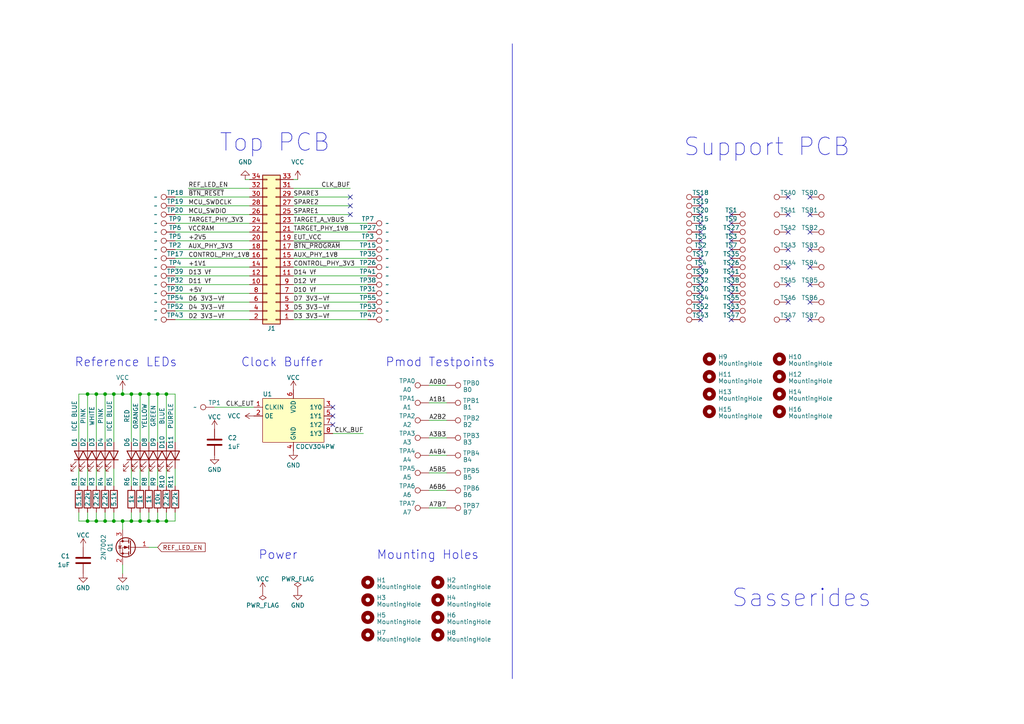
<source format=kicad_sch>
(kicad_sch (version 20230121) (generator eeschema)
  (paper "A4")
  (title_block (title "Sasserides") (date "${DATE}") (rev "${VERSION}") (company "Copyright 2023 Great Scott Gadgets") (comment 1 "Licensed under the CERN-OHL-P v2"))
  (junction (at 27.94 114.3))
  (junction (at 43.18 151.13))
  (junction (at 25.4 151.13))
  (junction (at 30.48 151.13))
  (junction (at 33.02 151.13))
  (junction (at 43.18 114.3))
  (junction (at 38.1 151.13))
  (junction (at 48.26 114.3))
  (junction (at 38.1 114.3))
  (junction (at 40.64 151.13))
  (junction (at 48.26 151.13))
  (junction (at 35.56 114.3))
  (junction (at 30.48 114.3))
  (junction (at 33.02 114.3))
  (junction (at 45.72 114.3))
  (junction (at 25.4 114.3))
  (junction (at 27.94 151.13))
  (junction (at 35.56 151.13))
  (junction (at 40.64 114.3))
  (junction (at 45.72 151.13))
  (no_connect (at 228.6 77.47))
  (no_connect (at 228.6 82.55))
  (no_connect (at 212.09 69.85))
  (no_connect (at 203.2 90.17))
  (no_connect (at 212.09 90.17))
  (no_connect (at 212.09 80.01))
  (no_connect (at 234.95 72.39))
  (no_connect (at 101.6 62.23))
  (no_connect (at 203.2 59.69))
  (no_connect (at 212.09 64.77))
  (no_connect (at 203.2 92.71))
  (no_connect (at 228.6 72.39))
  (no_connect (at 203.2 67.31))
  (no_connect (at 212.09 62.23))
  (no_connect (at 212.09 92.71))
  (no_connect (at 203.2 72.39))
  (no_connect (at 203.2 64.77))
  (no_connect (at 212.09 82.55))
  (no_connect (at 203.2 69.85))
  (no_connect (at 212.09 67.31))
  (no_connect (at 96.52 120.65))
  (no_connect (at 234.95 82.55))
  (no_connect (at 203.2 85.09))
  (no_connect (at 212.09 77.47))
  (no_connect (at 234.95 77.47))
  (no_connect (at 234.95 87.63))
  (no_connect (at 234.95 57.15))
  (no_connect (at 212.09 72.39))
  (no_connect (at 203.2 82.55))
  (no_connect (at 228.6 67.31))
  (no_connect (at 228.6 87.63))
  (no_connect (at 203.2 77.47))
  (no_connect (at 228.6 62.23))
  (no_connect (at 203.2 57.15))
  (no_connect (at 234.95 62.23))
  (no_connect (at 203.2 87.63))
  (no_connect (at 212.09 87.63))
  (no_connect (at 234.95 92.71))
  (no_connect (at 212.09 74.93))
  (no_connect (at 96.52 118.11))
  (no_connect (at 228.6 92.71))
  (no_connect (at 212.09 85.09))
  (no_connect (at 203.2 62.23))
  (no_connect (at 203.2 74.93))
  (no_connect (at 234.95 67.31))
  (no_connect (at 203.2 80.01))
  (no_connect (at 228.6 57.15))
  (no_connect (at 96.52 123.19))
  (no_connect (at 101.6 59.69))
  (no_connect (at 101.6 57.15))
  (wire (pts (xy 50.8 80.01) (xy 72.39 80.01)))
  (wire (pts (xy 27.94 148.59) (xy 27.94 151.13)))
  (wire (pts (xy 25.4 151.13) (xy 27.94 151.13)))
  (wire (pts (xy 27.94 114.3) (xy 25.4 114.3)))
  (wire (pts (xy 73.66 118.11) (xy 62.23 118.11)))
  (wire (pts (xy 40.64 128.27) (xy 40.64 114.3)))
  (wire (pts (xy 85.09 85.09) (xy 106.68 85.09)))
  (wire (pts (xy 85.09 92.71) (xy 106.68 92.71)))
  (wire (pts (xy 35.56 113.03) (xy 35.56 114.3)))
  (wire (pts (xy 25.4 148.59) (xy 25.4 151.13)))
  (wire (pts (xy 22.86 135.89) (xy 22.86 140.97)))
  (wire (pts (xy 30.48 151.13) (xy 33.02 151.13)))
  (wire (pts (xy 30.48 140.97) (xy 30.48 135.89)))
  (wire (pts (xy 40.64 151.13) (xy 38.1 151.13)))
  (wire (pts (xy 27.94 135.89) (xy 27.94 140.97)))
  (wire (pts (xy 50.8 67.31) (xy 72.39 67.31)))
  (wire (pts (xy 50.8 77.47) (xy 72.39 77.47)))
  (wire (pts (xy 50.8 135.89) (xy 50.8 140.97)))
  (wire (pts (xy 124.46 132.08) (xy 129.54 132.08)))
  (wire (pts (xy 85.09 77.47) (xy 106.68 77.47)))
  (wire (pts (xy 45.72 135.89) (xy 45.72 140.97)))
  (wire (pts (xy 85.09 54.61) (xy 101.6 54.61)))
  (wire (pts (xy 50.8 57.15) (xy 72.39 57.15)))
  (wire (pts (xy 124.46 121.92) (xy 129.54 121.92)))
  (wire (pts (xy 85.09 80.01) (xy 106.68 80.01)))
  (wire (pts (xy 33.02 140.97) (xy 33.02 135.89)))
  (wire (pts (xy 50.8 64.77) (xy 72.39 64.77)))
  (wire (pts (xy 124.46 116.84) (xy 129.54 116.84)))
  (wire (pts (xy 50.8 62.23) (xy 72.39 62.23)))
  (wire (pts (xy 85.09 74.93) (xy 106.68 74.93)))
  (wire (pts (xy 35.56 114.3) (xy 38.1 114.3)))
  (wire (pts (xy 40.64 114.3) (xy 43.18 114.3)))
  (wire (pts (xy 85.09 67.31) (xy 106.68 67.31)))
  (wire (pts (xy 85.09 90.17) (xy 106.68 90.17)))
  (wire (pts (xy 48.26 151.13) (xy 45.72 151.13)))
  (wire (pts (xy 48.26 148.59) (xy 48.26 151.13)))
  (wire (pts (xy 50.8 151.13) (xy 48.26 151.13)))
  (wire (pts (xy 38.1 148.59) (xy 38.1 151.13)))
  (wire (pts (xy 124.46 142.24) (xy 129.54 142.24)))
  (wire (pts (xy 124.46 111.76) (xy 129.54 111.76)))
  (wire (pts (xy 33.02 114.3) (xy 35.56 114.3)))
  (wire (pts (xy 50.8 74.93) (xy 72.39 74.93)))
  (wire (pts (xy 50.8 92.71) (xy 72.39 92.71)))
  (wire (pts (xy 22.86 148.59) (xy 22.86 151.13)))
  (wire (pts (xy 85.09 69.85) (xy 106.68 69.85)))
  (wire (pts (xy 50.8 69.85) (xy 72.39 69.85)))
  (wire (pts (xy 50.8 82.55) (xy 72.39 82.55)))
  (wire (pts (xy 85.09 72.39) (xy 106.68 72.39)))
  (wire (pts (xy 124.46 127) (xy 129.54 127)))
  (wire (pts (xy 85.09 82.55) (xy 106.68 82.55)))
  (wire (pts (xy 38.1 114.3) (xy 40.64 114.3)))
  (wire (pts (xy 30.48 148.59) (xy 30.48 151.13)))
  (wire (pts (xy 85.09 59.69) (xy 101.6 59.69)))
  (wire (pts (xy 43.18 114.3) (xy 45.72 114.3)))
  (wire (pts (xy 85.09 62.23) (xy 101.6 62.23)))
  (wire (pts (xy 85.09 64.77) (xy 106.68 64.77)))
  (wire (pts (xy 38.1 135.89) (xy 38.1 140.97)))
  (wire (pts (xy 50.8 148.59) (xy 50.8 151.13)))
  (wire (pts (xy 33.02 114.3) (xy 30.48 114.3)))
  (wire (pts (xy 71.12 52.07) (xy 72.39 52.07)))
  (wire (pts (xy 124.46 137.16) (xy 129.54 137.16)))
  (wire (pts (xy 50.8 59.69) (xy 72.39 59.69)))
  (wire (pts (xy 48.26 128.27) (xy 48.26 114.3)))
  (wire (pts (xy 45.72 151.13) (xy 43.18 151.13)))
  (wire (pts (xy 48.26 114.3) (xy 45.72 114.3)))
  (wire (pts (xy 50.8 85.09) (xy 72.39 85.09)))
  (wire (pts (xy 50.8 114.3) (xy 50.8 128.27)))
  (wire (pts (xy 33.02 148.59) (xy 33.02 151.13)))
  (wire (pts (xy 48.26 135.89) (xy 48.26 140.97)))
  (wire (pts (xy 43.18 135.89) (xy 43.18 140.97)))
  (wire (pts (xy 35.56 151.13) (xy 35.56 153.67)))
  (wire (pts (xy 35.56 163.83) (xy 35.56 166.37)))
  (wire (pts (xy 40.64 135.89) (xy 40.64 140.97)))
  (wire (pts (xy 45.72 148.59) (xy 45.72 151.13)))
  (wire (pts (xy 50.8 114.3) (xy 48.26 114.3)))
  (wire (pts (xy 33.02 151.13) (xy 35.56 151.13)))
  (wire (pts (xy 85.09 57.15) (xy 101.6 57.15)))
  (wire (pts (xy 43.18 148.59) (xy 43.18 151.13)))
  (polyline (pts (xy 148.59 12.7) (xy 148.59 196.85)))
  (wire (pts (xy 85.09 87.63) (xy 106.68 87.63)))
  (wire (pts (xy 50.8 87.63) (xy 72.39 87.63)))
  (wire (pts (xy 30.48 128.27) (xy 30.48 114.3)))
  (wire (pts (xy 22.86 128.27) (xy 22.86 114.3)))
  (wire (pts (xy 50.8 90.17) (xy 72.39 90.17)))
  (wire (pts (xy 30.48 114.3) (xy 27.94 114.3)))
  (wire (pts (xy 25.4 140.97) (xy 25.4 135.89)))
  (wire (pts (xy 96.52 125.73) (xy 105.41 125.73)))
  (wire (pts (xy 43.18 128.27) (xy 43.18 114.3)))
  (wire (pts (xy 45.72 158.75) (xy 43.18 158.75)))
  (wire (pts (xy 54.61 54.61) (xy 72.39 54.61)))
  (wire (pts (xy 25.4 114.3) (xy 22.86 114.3)))
  (wire (pts (xy 85.09 52.07) (xy 86.36 52.07)))
  (wire (pts (xy 22.86 151.13) (xy 25.4 151.13)))
  (wire (pts (xy 27.94 151.13) (xy 30.48 151.13)))
  (wire (pts (xy 124.46 147.32) (xy 129.54 147.32)))
  (wire (pts (xy 35.56 151.13) (xy 38.1 151.13)))
  (wire (pts (xy 27.94 128.27) (xy 27.94 114.3)))
  (wire (pts (xy 25.4 128.27) (xy 25.4 114.3)))
  (wire (pts (xy 38.1 128.27) (xy 38.1 114.3)))
  (wire (pts (xy 50.8 72.39) (xy 72.39 72.39)))
  (wire (pts (xy 33.02 128.27) (xy 33.02 114.3)))
  (wire (pts (xy 40.64 148.59) (xy 40.64 151.13)))
  (wire (pts (xy 45.72 128.27) (xy 45.72 114.3)))
  (wire (pts (xy 43.18 151.13) (xy 40.64 151.13)))
  (text "Reference LEDs" (at 21.59 106.68 0) (effects (font (size 2.54 2.54)) (justify left bottom)))
  (text "Sasserides" (at 212.09 176.53 0) (effects (font (size 5.08 5.08)) (justify left bottom)))
  (text "Top PCB" (at 63.5 44.45 0) (effects (font (size 5.08 5.08)) (justify left bottom)))
  (text "Power" (at 74.93 162.56 0) (effects (font (size 2.54 2.54)) (justify left bottom)))
  (text "Support PCB" (at 198.12 45.72 0) (effects (font (size 5.08 5.08)) (justify left bottom)))
  (text "Mounting Holes" (at 109.22 162.56 0) (effects (font (size 2.54 2.54)) (justify left bottom)))
  (text "Pmod Testpoints" (at 111.76 106.68 0) (effects (font (size 2.54 2.54)) (justify left bottom)))
  (text "Clock Buffer" (at 69.85 106.68 0) (effects (font (size 2.54 2.54)) (justify left bottom)))
  (label "D2 3V3-Vf" (at 54.61 92.71 0))
  (label "REF_LED_EN" (at 54.61 54.61 0))
  (label "D5 3V3-Vf" (at 85.09 90.17 0))
  (label "+1V1" (at 54.61 77.47 0))
  (label "SPARE2" (at 85.09 59.69 0))
  (label "D4 3V3-Vf" (at 54.61 90.17 0))
  (label "TARGET_PHY_3V3" (at 54.61 64.77 0))
  (label "A6B6" (at 124.46 142.24 0))
  (label "SPARE3" (at 85.09 57.15 0))
  (label "A5B5" (at 124.46 137.16 0))
  (label "A4B4" (at 124.46 132.08 0))
  (label "D13 Vf" (at 54.61 80.01 0))
  (label "CLK_BUF" (at 105.41 125.73 180))
  (label "TARGET_A_VBUS" (at 85.09 64.77 0))
  (label "CLK_EUT" (at 73.66 118.11 180))
  (label "EUT_VCC" (at 85.09 69.85 0))
  (label "TARGET_PHY_1V8" (at 85.09 67.31 0))
  (label "D12 Vf" (at 85.09 82.55 0))
  (label "A1B1" (at 124.46 116.84 0))
  (label "D7 3V3-Vf" (at 85.09 87.63 0))
  (label "SPARE1" (at 85.09 62.23 0))
  (label "D11 Vf" (at 54.61 82.55 0))
  (label "CONTROL_PHY_3V3" (at 85.09 77.47 0))
  (label "~{BTN_PROGRAM}" (at 85.09 72.39 0))
  (label "D10 Vf" (at 85.09 85.09 0))
  (label "CONTROL_PHY_1V8" (at 54.61 74.93 0))
  (label "A3B3" (at 124.46 127 0))
  (label "MCU_SWDCLK" (at 54.61 59.69 0))
  (label "D6 3V3-Vf" (at 54.61 87.63 0))
  (label "A0B0" (at 124.46 111.76 0))
  (label "MCU_SWDIO" (at 54.61 62.23 0))
  (label "~{BTN_RESET}" (at 54.61 57.15 0))
  (label "+5V" (at 54.61 85.09 0))
  (label "AUX_PHY_3V3" (at 54.61 72.39 0))
  (label "A7B7" (at 124.46 147.32 0))
  (label "D3 3V3-Vf" (at 85.09 92.71 0))
  (label "A2B2" (at 124.46 121.92 0))
  (label "D14 Vf" (at 85.09 80.01 0))
  (label "AUX_PHY_1V8" (at 85.09 74.93 0))
  (label "CLK_BUF" (at 101.6 54.61 180))
  (label "+2V5" (at 54.61 69.85 0))
  (label "VCCRAM" (at 54.61 67.31 0))
  (global_label "REF_LED_EN" (shape input) (at 45.72 158.75 0) (property "Intersheetrefs" "${INTERSHEET_REFS}" (effects hide)))
  (symbol (lib_id "Connector:TestPoint") (at 203.2 59.69 90) (unit 1)
    (property "Reference" "TS19" (at 203.2 58.42 90))
    (property "Value" "MCU_SWDCLK" (effects hide))
    (property "Footprint" "tycho:HEADER-1x1-TESTPROBE" (effects hide))
    (property "Manufacturer" "Harwin Inc." (effects hide))
    (property "Part Number" "S25-512" (effects hide))
    (property "Description" "SPRING PROBE SLEEVE" (effects hide))
  )
  (symbol (lib_id "power:PWR_FLAG") (at 86.36 171.45 0) (unit 1)
    (property "Reference" "#FLG01" (effects hide))
    (property "Value" "PWR_FLAG" (at 86.36 167.9481 0))
  )
  (symbol (lib_id "Connector:TestPoint") (at 106.68 92.71 270) (mirror x) (unit 1)
    (property "Reference" "TP47" (at 106.68 91.44 90))
    (property "Value" "~" (at 111.76 92.71 90) (effects (justify left)))
    (property "Footprint" "tycho:HEADER-1x1-TESTPROBE" (effects hide))
    (property "Manufacturer" "Harwin Inc." (effects hide))
    (property "Part Number" "S25-512" (effects hide))
    (property "Description" "SPRING PROBE SLEEVE" (effects hide))
  )
  (symbol (lib_id "Connector:TestPoint") (at 124.46 111.76 90) (unit 1)
    (property "Reference" "TPA0" (at 118.11 110.49 90))
    (property "Value" "A0" (at 118.11 113.03 90))
    (property "Footprint" "tycho:HEADER-1x1-TESTPROBE" (effects hide))
    (property "Manufacturer" "Harwin Inc." (effects hide))
    (property "Part Number" "S25-512" (effects hide))
    (property "Description" "SPRING PROBE SLEEVE" (effects hide))
  )
  (symbol (lib_id "Device:LED") (at 43.18 132.08 270) (mirror x) (unit 1)
    (property "Reference" "D8" (at 41.91 128.27 0))
    (property "Value" "YELLOW" (at 41.91 120.65 0))
    (property "Footprint" "LED_SMD:LED_0603_1608Metric_Pad1.05x0.95mm_HandSolder" (effects hide))
    (property "Part Number" "E6C0603UYAC1UDA" (effects hide))
    (property "Manufacturer" "EKINGLUX" (effects hide))
    (property "Description" "LED SMD 0603 YELLOW" (effects hide))
  )
  (symbol (lib_id "Connector_Generic:Conn_02x17_Odd_Even") (at 80.01 72.39 180) (unit 1)
    (property "Reference" "J1" (at 78.74 95.25 0))
    (property "Value" "Conn_02x16_Odd_Even" (effects hide))
    (property "Footprint" "tycho:shrouded_pin-header_2x17" (effects hide))
    (property "Manufacturer" "On Shore Technology Inc." (effects hide))
    (property "Part Number" "302-S341" (effects hide))
    (property "Description" "CONN HEADER VERT 34POS 2.54MM" (effects hide))
  )
  (symbol (lib_id "power:GND") (at 24.13 166.37 0) (unit 1)
    (property "Reference" "#PWR08" (effects hide))
    (property "Value" "GND" (at 24.13 170.5055 0))
  )
  (symbol (lib_id "Connector:TestPoint") (at 106.68 74.93 270) (mirror x) (unit 1)
    (property "Reference" "TP35" (at 106.68 73.66 90))
    (property "Value" "~" (at 111.76 74.93 90) (effects (justify left)))
    (property "Footprint" "tycho:HEADER-1x1-TESTPROBE" (effects hide))
    (property "Manufacturer" "Harwin Inc." (effects hide))
    (property "Part Number" "S25-512" (effects hide))
    (property "Description" "SPRING PROBE SLEEVE" (effects hide))
  )
  (symbol (lib_id "power:VCC") (at 76.2 171.45 0) (unit 1)
    (property "Reference" "#PWR06" (effects hide))
    (property "Value" "VCC" (at 76.2 167.9481 0))
  )
  (symbol (lib_id "Connector:TestPoint") (at 106.68 64.77 270) (mirror x) (unit 1)
    (property "Reference" "TP7" (at 106.68 63.5 90))
    (property "Value" "~" (at 111.76 64.77 90) (effects (justify left)))
    (property "Footprint" "tycho:HEADER-1x1-TESTPROBE" (effects hide))
    (property "Manufacturer" "Harwin Inc." (effects hide))
    (property "Part Number" "S25-512" (effects hide))
    (property "Description" "SPRING PROBE SLEEVE" (effects hide))
  )
  (symbol (lib_id "power:PWR_FLAG") (at 76.2 171.45 180) (unit 1)
    (property "Reference" "#FLG02" (effects hide))
    (property "Value" "PWR_FLAG" (at 76.2 175.5855 0))
  )
  (symbol (lib_id "power:VCC") (at 62.23 124.46 0) (unit 1)
    (property "Reference" "#PWR011" (effects hide))
    (property "Value" "VCC" (at 62.23 120.9581 0))
  )
  (symbol (lib_id "Mechanical:MountingHole") (at 205.74 114.3 0) (unit 1)
    (property "Reference" "H13" (at 208.28 113.6563 0) (effects (justify left)))
    (property "Value" "MountingHole" (at 208.28 115.5773 0) (effects (justify left)))
    (property "Footprint" "MountingHole:MountingHole_2.2mm_M2" (effects hide))
  )
  (symbol (lib_id "Connector:TestPoint") (at 62.23 118.11 90) (unit 1)
    (property "Reference" "TP1" (at 62.23 116.84 90))
    (property "Value" "~" (at 57.15 118.11 90) (effects (justify left)))
    (property "Footprint" "tycho:HEADER-1x1-TESTPROBE" (effects hide))
    (property "Manufacturer" "Harwin Inc." (effects hide))
    (property "Part Number" "S25-512" (effects hide))
    (property "Description" "SPRING PROBE SLEEVE" (effects hide))
  )
  (symbol (lib_id "Device:LED") (at 30.48 132.08 270) (mirror x) (unit 1)
    (property "Reference" "D4" (at 29.21 128.27 0))
    (property "Value" "PINK" (at 29.21 120.65 0))
    (property "Footprint" "LED_SMD:LED_0603_1608Metric_Pad1.05x0.95mm_HandSolder" (effects hide))
    (property "Part Number" "OSK40603C1E" (effects hide))
    (property "Manufacturer" "OptoSupply" (effects hide))
    (property "Description" "LED SMD 0603 PINK" (effects hide))
  )
  (symbol (lib_id "Connector:TestPoint") (at 50.8 57.15 90) (unit 1)
    (property "Reference" "TP18" (at 50.8 55.88 90))
    (property "Value" "~" (at 45.72 57.15 90) (effects (justify left)))
    (property "Footprint" "tycho:HEADER-1x1-TESTPROBE" (effects hide))
    (property "Manufacturer" "Harwin Inc." (effects hide))
    (property "Part Number" "S25-512" (effects hide))
    (property "Description" "SPRING PROBE SLEEVE" (effects hide))
  )
  (symbol (lib_id "Connector:TestPoint") (at 50.8 59.69 90) (unit 1)
    (property "Reference" "TP19" (at 50.8 58.42 90))
    (property "Value" "~" (at 45.72 59.69 90) (effects (justify left)))
    (property "Footprint" "tycho:HEADER-1x1-TESTPROBE" (effects hide))
    (property "Manufacturer" "Harwin Inc." (effects hide))
    (property "Part Number" "S25-512" (effects hide))
    (property "Description" "SPRING PROBE SLEEVE" (effects hide))
  )
  (symbol (lib_id "Device:C") (at 62.23 128.27 0) (unit 1)
    (property "Reference" "C2" (at 66.04 127 0) (effects (justify left)))
    (property "Value" "1uF" (at 66.04 129.54 0) (effects (justify left)))
    (property "Footprint" "Capacitor_SMD:C_0805_2012Metric" (effects hide))
  )
  (symbol (lib_id "Connector:TestPoint") (at 212.09 67.31 270) (mirror x) (unit 1)
    (property "Reference" "TS27" (at 212.09 66.04 90))
    (property "Value" "TARGET_PHY_1V8" (effects hide))
    (property "Footprint" "tycho:HEADER-1x1-TESTPROBE" (effects hide))
    (property "Manufacturer" "Harwin Inc." (effects hide))
    (property "Part Number" "S25-512" (effects hide))
    (property "Description" "SPRING PROBE SLEEVE" (effects hide))
  )
  (symbol (lib_id "Connector:TestPoint") (at 129.54 111.76 270) (unit 1)
    (property "Reference" "TPB0" (at 134.239 111.1163 90) (effects (justify left)))
    (property "Value" "B0" (at 134.239 113.0373 90) (effects (justify left)))
    (property "Footprint" "tycho:HEADER-1x1-TESTPROBE" (effects hide))
    (property "Manufacturer" "Harwin Inc." (effects hide))
    (property "Part Number" "S25-512" (effects hide))
    (property "Description" "SPRING PROBE SLEEVE" (effects hide))
  )
  (symbol (lib_id "Connector:TestPoint") (at 50.8 82.55 90) (unit 1)
    (property "Reference" "TP32" (at 50.8 81.28 90))
    (property "Value" "~" (at 45.72 82.55 90) (effects (justify left)))
    (property "Footprint" "tycho:HEADER-1x1-TESTPROBE" (effects hide))
    (property "Manufacturer" "Harwin Inc." (effects hide))
    (property "Part Number" "S25-512" (effects hide))
    (property "Description" "SPRING PROBE SLEEVE" (effects hide))
  )
  (symbol (lib_id "Device:LED") (at 48.26 132.08 270) (mirror x) (unit 1)
    (property "Reference" "D10" (at 46.99 128.27 0))
    (property "Value" "BLUE" (at 46.99 120.65 0))
    (property "Footprint" "LED_SMD:LED_0603_1608Metric_Pad1.05x0.95mm_HandSolder" (effects hide))
    (property "Part Number" "ORH-B36G" (effects hide))
    (property "Manufacturer" "Orient" (effects hide))
    (property "Description" "LED SMD 0603 BLUE" (effects hide))
  )
  (symbol (lib_id "Mechanical:MountingHole") (at 205.74 109.22 0) (unit 1)
    (property "Reference" "H11" (at 208.28 108.5763 0) (effects (justify left)))
    (property "Value" "MountingHole" (at 208.28 110.4973 0) (effects (justify left)))
    (property "Footprint" "MountingHole:MountingHole_3.2mm_M3" (effects hide))
  )
  (symbol (lib_id "Mechanical:MountingHole") (at 127 168.91 0) (unit 1)
    (property "Reference" "H2" (at 129.54 168.2663 0) (effects (justify left)))
    (property "Value" "MountingHole" (at 129.54 170.1873 0) (effects (justify left)))
    (property "Footprint" "MountingHole:MountingHole_3.2mm_M3" (effects hide))
  )
  (symbol (lib_id "Connector:TestPoint") (at 124.46 127 90) (unit 1)
    (property "Reference" "TPA3" (at 118.11 125.73 90))
    (property "Value" "A3" (at 118.11 128.27 90))
    (property "Footprint" "tycho:HEADER-1x1-TESTPROBE" (effects hide))
    (property "Manufacturer" "Harwin Inc." (effects hide))
    (property "Part Number" "S25-512" (effects hide))
    (property "Description" "SPRING PROBE SLEEVE" (effects hide))
  )
  (symbol (lib_id "Device:R") (at 30.48 144.78 0) (mirror x) (unit 1)
    (property "Reference" "R4" (at 29.21 139.7 90))
    (property "Value" "2.2k" (at 30.48 144.78 90))
    (property "Footprint" "Resistor_SMD:R_0402_1005Metric" (effects hide))
    (property "Part Number" "RC0402JR-072K2L" (effects hide))
    (property "Substitution" "any equivalent" (effects hide))
    (property "Description" "RES 2.2K OHM 5% 1/16W 0402" (effects hide))
    (property "Manufacturer" "Yageo" (effects hide))
  )
  (symbol (lib_id "Device:R") (at 38.1 144.78 0) (unit 1)
    (property "Reference" "R6" (at 36.83 139.7 90))
    (property "Value" "1k" (at 38.1 144.78 90))
    (property "Footprint" "Resistor_SMD:R_0402_1005Metric" (effects hide))
    (property "Part Number" "RC0402JR-071KL" (effects hide))
    (property "Substitution" "any equivalent" (effects hide))
    (property "Description" "RES 1K OHM 5% 1/16W 0402" (effects hide))
    (property "Manufacturer" "Yageo" (effects hide))
  )
  (symbol (lib_id "Connector:TestPoint") (at 129.54 121.92 270) (unit 1)
    (property "Reference" "TPB2" (at 134.239 121.2763 90) (effects (justify left)))
    (property "Value" "B2" (at 134.239 123.1973 90) (effects (justify left)))
    (property "Footprint" "tycho:HEADER-1x1-TESTPROBE" (effects hide))
    (property "Manufacturer" "Harwin Inc." (effects hide))
    (property "Part Number" "S25-512" (effects hide))
    (property "Description" "SPRING PROBE SLEEVE" (effects hide))
  )
  (symbol (lib_id "Connector:TestPoint") (at 203.2 72.39 90) (unit 1)
    (property "Reference" "TS2" (at 203.2 71.12 90))
    (property "Value" "AUX_PHY_3V3" (effects hide))
    (property "Footprint" "tycho:HEADER-1x1-TESTPROBE" (effects hide))
    (property "Manufacturer" "Harwin Inc." (effects hide))
    (property "Part Number" "S25-512" (effects hide))
    (property "Description" "SPRING PROBE SLEEVE" (effects hide))
  )
  (symbol (lib_id "power:GND") (at 71.12 52.07 180) (unit 1)
    (property "Reference" "#PWR01" (effects hide))
    (property "Value" "GND" (at 71.12 46.99 0))
  )
  (symbol (lib_id "Mechanical:MountingHole") (at 226.06 114.3 0) (unit 1)
    (property "Reference" "H14" (at 228.6 113.6563 0) (effects (justify left)))
    (property "Value" "MountingHole" (at 228.6 115.5773 0) (effects (justify left)))
    (property "Footprint" "MountingHole:MountingHole_2.2mm_M2" (effects hide))
  )
  (symbol (lib_id "Connector:TestPoint") (at 203.2 82.55 90) (unit 1)
    (property "Reference" "TS32" (at 203.2 81.28 90))
    (property "Value" "D11 Vf" (effects hide))
    (property "Footprint" "tycho:HEADER-1x1-TESTPROBE" (effects hide))
    (property "Manufacturer" "Harwin Inc." (effects hide))
    (property "Part Number" "S25-512" (effects hide))
    (property "Description" "SPRING PROBE SLEEVE" (effects hide))
  )
  (symbol (lib_id "Connector:TestPoint") (at 50.8 92.71 90) (unit 1)
    (property "Reference" "TP43" (at 50.8 91.44 90))
    (property "Value" "~" (at 45.72 92.71 90) (effects (justify left)))
    (property "Footprint" "tycho:HEADER-1x1-TESTPROBE" (effects hide))
    (property "Manufacturer" "Harwin Inc." (effects hide))
    (property "Part Number" "S25-512" (effects hide))
    (property "Description" "SPRING PROBE SLEEVE" (effects hide))
  )
  (symbol (lib_id "Connector:TestPoint") (at 106.68 67.31 270) (mirror x) (unit 1)
    (property "Reference" "TP27" (at 106.68 66.04 90))
    (property "Value" "~" (at 111.76 67.31 90) (effects (justify left)))
    (property "Footprint" "tycho:HEADER-1x1-TESTPROBE" (effects hide))
    (property "Manufacturer" "Harwin Inc." (effects hide))
    (property "Part Number" "S25-512" (effects hide))
    (property "Description" "SPRING PROBE SLEEVE" (effects hide))
  )
  (symbol (lib_id "Connector:TestPoint") (at 228.6 72.39 90) (unit 1)
    (property "Reference" "TSA3" (at 228.6 71.12 90))
    (property "Value" "A3" (effects hide))
    (property "Footprint" "tycho:HEADER-1x1-TESTPROBE" (effects hide))
    (property "Manufacturer" "Harwin Inc." (effects hide))
    (property "Part Number" "S25-512" (effects hide))
    (property "Description" "SPRING PROBE SLEEVE" (effects hide))
  )
  (symbol (lib_id "Connector:TestPoint") (at 106.68 69.85 270) (mirror x) (unit 1)
    (property "Reference" "TP3" (at 106.68 68.58 90))
    (property "Value" "~" (at 111.76 69.85 90) (effects (justify left)))
    (property "Footprint" "tycho:HEADER-1x1-TESTPROBE" (effects hide))
    (property "Manufacturer" "Harwin Inc." (effects hide))
    (property "Part Number" "S25-512" (effects hide))
    (property "Description" "SPRING PROBE SLEEVE" (effects hide))
  )
  (symbol (lib_id "Connector:TestPoint") (at 203.2 62.23 90) (unit 1)
    (property "Reference" "TS20" (at 203.2 60.96 90))
    (property "Value" "nBTN_RESET" (effects hide))
    (property "Footprint" "tycho:HEADER-1x1-TESTPROBE" (effects hide))
    (property "Manufacturer" "Harwin Inc." (effects hide))
    (property "Part Number" "S25-512" (effects hide))
    (property "Description" "SPRING PROBE SLEEVE" (effects hide))
  )
  (symbol (lib_id "Connector:TestPoint") (at 203.2 69.85 90) (unit 1)
    (property "Reference" "TS5" (at 203.2 68.58 90))
    (property "Value" "+2V5" (effects hide))
    (property "Footprint" "tycho:HEADER-1x1-TESTPROBE" (effects hide))
    (property "Manufacturer" "Harwin Inc." (effects hide))
    (property "Part Number" "S25-512" (effects hide))
    (property "Description" "SPRING PROBE SLEEVE" (effects hide))
  )
  (symbol (lib_id "Connector:TestPoint") (at 228.6 82.55 90) (unit 1)
    (property "Reference" "TSA5" (at 228.6 81.28 90))
    (property "Value" "A5" (effects hide))
    (property "Footprint" "tycho:HEADER-1x1-TESTPROBE" (effects hide))
    (property "Manufacturer" "Harwin Inc." (effects hide))
    (property "Part Number" "S25-512" (effects hide))
    (property "Description" "SPRING PROBE SLEEVE" (effects hide))
  )
  (symbol (lib_id "Device:R") (at 22.86 144.78 180) (unit 1)
    (property "Reference" "R1" (at 21.59 139.7 90))
    (property "Value" "5.1k" (at 22.86 144.78 90))
    (property "Footprint" "Resistor_SMD:R_0402_1005Metric" (effects hide))
    (property "Part Number" "RC0402JR-075K1L" (effects hide))
    (property "Substitution" "any equivalent" (effects hide))
    (property "Description" "RES 5.1K OHM 5% 1/16W 0402" (effects hide))
    (property "Manufacturer" "Yageo" (effects hide))
  )
  (symbol (lib_id "power:VCC") (at 73.66 120.65 90) (mirror x) (unit 1)
    (property "Reference" "#PWR013" (effects hide))
    (property "Value" "VCC" (at 69.85 120.65 90) (effects (justify left)))
  )
  (symbol (lib_id "Connector:TestPoint") (at 124.46 116.84 90) (unit 1)
    (property "Reference" "TPA1" (at 118.11 115.57 90))
    (property "Value" "A1" (at 118.11 118.11 90))
    (property "Footprint" "tycho:HEADER-1x1-TESTPROBE" (effects hide))
    (property "Manufacturer" "Harwin Inc." (effects hide))
    (property "Part Number" "S25-512" (effects hide))
    (property "Description" "SPRING PROBE SLEEVE" (effects hide))
  )
  (symbol (lib_id "Connector:TestPoint") (at 234.95 92.71 270) (unit 1)
    (property "Reference" "TSB7" (at 232.41 91.44 90) (effects (justify left)))
    (property "Value" "B7" (effects hide))
    (property "Footprint" "tycho:HEADER-1x1-TESTPROBE" (effects hide))
    (property "Manufacturer" "Harwin Inc." (effects hide))
    (property "Part Number" "S25-512" (effects hide))
    (property "Description" "SPRING PROBE SLEEVE" (effects hide))
  )
  (symbol (lib_id "Connector:TestPoint") (at 203.2 92.71 90) (unit 1)
    (property "Reference" "TS43" (at 203.2 91.44 90))
    (property "Value" "D2 3V3-Vf" (effects hide))
    (property "Footprint" "tycho:HEADER-1x1-TESTPROBE" (effects hide))
    (property "Manufacturer" "Harwin Inc." (effects hide))
    (property "Part Number" "S25-512" (effects hide))
    (property "Description" "SPRING PROBE SLEEVE" (effects hide))
  )
  (symbol (lib_id "Connector:TestPoint") (at 50.8 62.23 90) (unit 1)
    (property "Reference" "TP20" (at 50.8 60.96 90))
    (property "Value" "~" (at 45.72 62.23 90) (effects (justify left)))
    (property "Footprint" "tycho:HEADER-1x1-TESTPROBE" (effects hide))
    (property "Manufacturer" "Harwin Inc." (effects hide))
    (property "Part Number" "S25-512" (effects hide))
    (property "Description" "SPRING PROBE SLEEVE" (effects hide))
  )
  (symbol (lib_id "Connector:TestPoint") (at 228.6 62.23 90) (unit 1)
    (property "Reference" "TSA1" (at 228.6 60.96 90))
    (property "Value" "A1" (effects hide))
    (property "Footprint" "tycho:HEADER-1x1-TESTPROBE" (effects hide))
    (property "Manufacturer" "Harwin Inc." (effects hide))
    (property "Part Number" "S25-512" (effects hide))
    (property "Description" "SPRING PROBE SLEEVE" (effects hide))
  )
  (symbol (lib_id "Connector:TestPoint") (at 212.09 64.77 270) (mirror x) (unit 1)
    (property "Reference" "TS9" (at 212.09 63.5 90))
    (property "Value" "TARGET_PHY_3V3" (effects hide))
    (property "Footprint" "tycho:HEADER-1x1-TESTPROBE" (effects hide))
    (property "Manufacturer" "Harwin Inc." (effects hide))
    (property "Part Number" "S25-512" (effects hide))
    (property "Description" "SPRING PROBE SLEEVE" (effects hide))
  )
  (symbol (lib_id "Device:R") (at 33.02 144.78 180) (unit 1)
    (property "Reference" "R5" (at 31.75 139.7 90))
    (property "Value" "5.1k" (at 33.02 144.78 90))
    (property "Footprint" "Resistor_SMD:R_0402_1005Metric" (effects hide))
    (property "Part Number" "RC0402JR-075K1L" (effects hide))
    (property "Substitution" "any equivalent" (effects hide))
    (property "Description" "RES 5.1K OHM 5% 1/16W 0402" (effects hide))
    (property "Manufacturer" "Yageo" (effects hide))
  )
  (symbol (lib_id "Connector:TestPoint") (at 212.09 90.17 270) (mirror x) (unit 1)
    (property "Reference" "TS53" (at 212.09 88.9 90))
    (property "Value" "D5 3V3-Vf" (effects hide))
    (property "Footprint" "tycho:HEADER-1x1-TESTPROBE" (effects hide))
    (property "Manufacturer" "Harwin Inc." (effects hide))
    (property "Part Number" "S25-512" (effects hide))
    (property "Description" "SPRING PROBE SLEEVE" (effects hide))
  )
  (symbol (lib_id "tycho:CDCV304PW") (at 85.09 121.92 0) (unit 1)
    (property "Reference" "U1" (at 76.2 114.3 0) (effects (justify left)))
    (property "Value" "CDCV304PW" (at 91.44 129.54 0))
    (property "Footprint" "Package_SO:TSSOP-8_4.4x3mm_P0.65mm" (effects hide))
    (property "Datasheet" "https://www.ti.com/lit/ds/symlink/cdcv304.pdf" (effects hide))
  )
  (symbol (lib_id "Connector:TestPoint") (at 203.2 74.93 90) (unit 1)
    (property "Reference" "TS17" (at 203.2 73.66 90))
    (property "Value" "CONTROL_PHY_1V8" (effects hide))
    (property "Footprint" "tycho:HEADER-1x1-TESTPROBE" (effects hide))
    (property "Manufacturer" "Harwin Inc." (effects hide))
    (property "Part Number" "S25-512" (effects hide))
    (property "Description" "SPRING PROBE SLEEVE" (effects hide))
  )
  (symbol (lib_id "Connector:TestPoint") (at 212.09 82.55 270) (mirror x) (unit 1)
    (property "Reference" "TS38" (at 212.09 81.28 90))
    (property "Value" "D12 Vf" (effects hide))
    (property "Footprint" "tycho:HEADER-1x1-TESTPROBE" (effects hide))
    (property "Manufacturer" "Harwin Inc." (effects hide))
    (property "Part Number" "S25-512" (effects hide))
    (property "Description" "SPRING PROBE SLEEVE" (effects hide))
  )
  (symbol (lib_id "Mechanical:MountingHole") (at 226.06 119.38 0) (unit 1)
    (property "Reference" "H16" (at 228.6 118.7363 0) (effects (justify left)))
    (property "Value" "MountingHole" (at 228.6 120.6573 0) (effects (justify left)))
    (property "Footprint" "MountingHole:MountingHole_2.2mm_M2" (effects hide))
  )
  (symbol (lib_id "Connector:TestPoint") (at 124.46 137.16 90) (unit 1)
    (property "Reference" "TPA5" (at 118.11 135.89 90))
    (property "Value" "A5" (at 118.11 138.43 90))
    (property "Footprint" "tycho:HEADER-1x1-TESTPROBE" (effects hide))
    (property "Manufacturer" "Harwin Inc." (effects hide))
    (property "Part Number" "S25-512" (effects hide))
    (property "Description" "SPRING PROBE SLEEVE" (effects hide))
  )
  (symbol (lib_id "Device:R") (at 43.18 144.78 0) (unit 1)
    (property "Reference" "R8" (at 41.91 139.7 90))
    (property "Value" "1k" (at 43.18 144.78 90))
    (property "Footprint" "Resistor_SMD:R_0402_1005Metric" (effects hide))
    (property "Part Number" "RC0402JR-071KL" (effects hide))
    (property "Substitution" "any equivalent" (effects hide))
    (property "Description" "RES 1K OHM 5% 1/16W 0402" (effects hide))
    (property "Manufacturer" "Yageo" (effects hide))
  )
  (symbol (lib_id "power:VCC") (at 24.13 158.75 0) (unit 1)
    (property "Reference" "#PWR07" (effects hide))
    (property "Value" "VCC" (at 24.13 155.2481 0))
  )
  (symbol (lib_id "power:GND") (at 86.36 171.45 0) (unit 1)
    (property "Reference" "#PWR05" (effects hide))
    (property "Value" "GND" (at 86.36 175.5855 0))
  )
  (symbol (lib_id "Connector:TestPoint") (at 50.8 85.09 90) (unit 1)
    (property "Reference" "TP30" (at 50.8 83.82 90))
    (property "Value" "~" (at 45.72 85.09 90) (effects (justify left)))
    (property "Footprint" "tycho:HEADER-1x1-TESTPROBE" (effects hide))
    (property "Manufacturer" "Harwin Inc." (effects hide))
    (property "Part Number" "S25-512" (effects hide))
    (property "Description" "SPRING PROBE SLEEVE" (effects hide))
  )
  (symbol (lib_id "Connector:TestPoint") (at 50.8 77.47 90) (unit 1)
    (property "Reference" "TP4" (at 50.8 76.2 90))
    (property "Value" "~" (at 45.72 77.47 90) (effects (justify left)))
    (property "Footprint" "tycho:HEADER-1x1-TESTPROBE" (effects hide))
    (property "Manufacturer" "Harwin Inc." (effects hide))
    (property "Part Number" "S25-512" (effects hide))
    (property "Description" "SPRING PROBE SLEEVE" (effects hide))
  )
  (symbol (lib_id "Connector:TestPoint") (at 234.95 67.31 270) (unit 1)
    (property "Reference" "TSB2" (at 232.41 66.04 90) (effects (justify left)))
    (property "Value" "B2" (effects hide))
    (property "Footprint" "tycho:HEADER-1x1-TESTPROBE" (effects hide))
    (property "Manufacturer" "Harwin Inc." (effects hide))
    (property "Part Number" "S25-512" (effects hide))
    (property "Description" "SPRING PROBE SLEEVE" (effects hide))
  )
  (symbol (lib_id "Connector:TestPoint") (at 124.46 121.92 90) (unit 1)
    (property "Reference" "TPA2" (at 118.11 120.65 90))
    (property "Value" "A2" (at 118.11 123.19 90))
    (property "Footprint" "tycho:HEADER-1x1-TESTPROBE" (effects hide))
    (property "Manufacturer" "Harwin Inc." (effects hide))
    (property "Part Number" "S25-512" (effects hide))
    (property "Description" "SPRING PROBE SLEEVE" (effects hide))
  )
  (symbol (lib_id "Connector:TestPoint") (at 212.09 87.63 270) (mirror x) (unit 1)
    (property "Reference" "TS55" (at 212.09 86.36 90))
    (property "Value" "D7 3V3-Vf" (effects hide))
    (property "Footprint" "tycho:HEADER-1x1-TESTPROBE" (effects hide))
    (property "Manufacturer" "Harwin Inc." (effects hide))
    (property "Part Number" "S25-512" (effects hide))
    (property "Description" "SPRING PROBE SLEEVE" (effects hide))
  )
  (symbol (lib_id "Connector:TestPoint") (at 106.68 90.17 270) (mirror x) (unit 1)
    (property "Reference" "TP53" (at 106.68 88.9 90))
    (property "Value" "~" (at 111.76 90.17 90) (effects (justify left)))
    (property "Footprint" "tycho:HEADER-1x1-TESTPROBE" (effects hide))
    (property "Manufacturer" "Harwin Inc." (effects hide))
    (property "Part Number" "S25-512" (effects hide))
    (property "Description" "SPRING PROBE SLEEVE" (effects hide))
  )
  (symbol (lib_id "Mechanical:MountingHole") (at 205.74 119.38 0) (unit 1)
    (property "Reference" "H15" (at 208.28 118.7363 0) (effects (justify left)))
    (property "Value" "MountingHole" (at 208.28 120.6573 0) (effects (justify left)))
    (property "Footprint" "MountingHole:MountingHole_2.2mm_M2" (effects hide))
  )
  (symbol (lib_id "Mechanical:MountingHole") (at 106.68 179.07 0) (unit 1)
    (property "Reference" "H5" (at 109.22 178.4263 0) (effects (justify left)))
    (property "Value" "MountingHole" (at 109.22 180.3473 0) (effects (justify left)))
    (property "Footprint" "MountingHole:MountingHole_2.2mm_M2" (effects hide))
  )
  (symbol (lib_id "Connector:TestPoint") (at 106.68 80.01 270) (mirror x) (unit 1)
    (property "Reference" "TP41" (at 106.68 78.74 90))
    (property "Value" "~" (at 111.76 80.01 90) (effects (justify left)))
    (property "Footprint" "tycho:HEADER-1x1-TESTPROBE" (effects hide))
    (property "Manufacturer" "Harwin Inc." (effects hide))
    (property "Part Number" "S25-512" (effects hide))
    (property "Description" "SPRING PROBE SLEEVE" (effects hide))
  )
  (symbol (lib_id "Connector:TestPoint") (at 129.54 137.16 270) (unit 1)
    (property "Reference" "TPB5" (at 134.239 136.5163 90) (effects (justify left)))
    (property "Value" "B5" (at 134.239 138.4373 90) (effects (justify left)))
    (property "Footprint" "tycho:HEADER-1x1-TESTPROBE" (effects hide))
    (property "Manufacturer" "Harwin Inc." (effects hide))
    (property "Part Number" "S25-512" (effects hide))
    (property "Description" "SPRING PROBE SLEEVE" (effects hide))
  )
  (symbol (lib_id "Connector:TestPoint") (at 50.8 80.01 90) (unit 1)
    (property "Reference" "TP39" (at 50.8 78.74 90))
    (property "Value" "~" (at 45.72 80.01 90) (effects (justify left)))
    (property "Footprint" "tycho:HEADER-1x1-TESTPROBE" (effects hide))
    (property "Manufacturer" "Harwin Inc." (effects hide))
    (property "Part Number" "S25-512" (effects hide))
    (property "Description" "SPRING PROBE SLEEVE" (effects hide))
  )
  (symbol (lib_id "power:GND") (at 62.23 132.08 0) (unit 1)
    (property "Reference" "#PWR012" (effects hide))
    (property "Value" "GND" (at 62.23 136.2155 0))
  )
  (symbol (lib_id "Connector:TestPoint") (at 50.8 64.77 90) (mirror x) (unit 1)
    (property "Reference" "TP9" (at 50.8 63.5 90))
    (property "Value" "~" (at 45.72 64.77 90) (effects (justify left)))
    (property "Footprint" "tycho:HEADER-1x1-TESTPROBE" (effects hide))
    (property "Manufacturer" "Harwin Inc." (effects hide))
    (property "Part Number" "S25-512" (effects hide))
    (property "Description" "SPRING PROBE SLEEVE" (effects hide))
  )
  (symbol (lib_id "power:VCC") (at 35.56 113.03 0) (unit 1)
    (property "Reference" "#PWR03" (effects hide))
    (property "Value" "VCC" (at 35.56 109.5281 0))
  )
  (symbol (lib_id "Connector:TestPoint") (at 234.95 57.15 270) (unit 1)
    (property "Reference" "TSB0" (at 232.41 55.88 90) (effects (justify left)))
    (property "Value" "B0" (effects hide))
    (property "Footprint" "tycho:HEADER-1x1-TESTPROBE" (effects hide))
    (property "Manufacturer" "Harwin Inc." (effects hide))
    (property "Part Number" "S25-512" (effects hide))
    (property "Description" "SPRING PROBE SLEEVE" (effects hide))
  )
  (symbol (lib_id "Connector:TestPoint") (at 124.46 142.24 90) (unit 1)
    (property "Reference" "TPA6" (at 118.11 140.97 90))
    (property "Value" "A6" (at 118.11 143.51 90))
    (property "Footprint" "tycho:HEADER-1x1-TESTPROBE" (effects hide))
    (property "Manufacturer" "Harwin Inc." (effects hide))
    (property "Part Number" "S25-512" (effects hide))
    (property "Description" "SPRING PROBE SLEEVE" (effects hide))
  )
  (symbol (lib_id "Device:R") (at 48.26 144.78 0) (unit 1)
    (property "Reference" "R10" (at 46.99 139.7 90))
    (property "Value" "2.2k" (at 48.26 144.78 90))
    (property "Footprint" "Resistor_SMD:R_0402_1005Metric" (effects hide))
    (property "Part Number" "RC0402JR-072K2L" (effects hide))
    (property "Substitution" "any equivalent" (effects hide))
    (property "Description" "RES 2.2K OHM 5% 1/16W 0402" (effects hide))
    (property "Manufacturer" "Yageo" (effects hide))
  )
  (symbol (lib_id "Connector:TestPoint") (at 228.6 57.15 90) (unit 1)
    (property "Reference" "TSA0" (at 228.6 55.88 90))
    (property "Value" "A0" (effects hide))
    (property "Footprint" "tycho:HEADER-1x1-TESTPROBE" (effects hide))
    (property "Manufacturer" "Harwin Inc." (effects hide))
    (property "Part Number" "S25-512" (effects hide))
    (property "Description" "SPRING PROBE SLEEVE" (effects hide))
  )
  (symbol (lib_id "Mechanical:MountingHole") (at 127 179.07 0) (unit 1)
    (property "Reference" "H6" (at 129.54 178.4263 0) (effects (justify left)))
    (property "Value" "MountingHole" (at 129.54 180.3473 0) (effects (justify left)))
    (property "Footprint" "MountingHole:MountingHole_2.2mm_M2" (effects hide))
  )
  (symbol (lib_id "power:GND") (at 35.56 166.37 0) (unit 1)
    (property "Reference" "#PWR04" (effects hide))
    (property "Value" "GND" (at 35.56 170.5055 0))
  )
  (symbol (lib_id "Device:R") (at 40.64 144.78 0) (unit 1)
    (property "Reference" "R7" (at 39.37 139.7 90))
    (property "Value" "1k" (at 40.64 144.78 90))
    (property "Footprint" "Resistor_SMD:R_0402_1005Metric" (effects hide))
    (property "Part Number" "RC0402JR-071KL" (effects hide))
    (property "Substitution" "any equivalent" (effects hide))
    (property "Description" "RES 1K OHM 5% 1/16W 0402" (effects hide))
    (property "Manufacturer" "Yageo" (effects hide))
  )
  (symbol (lib_id "Connector:TestPoint") (at 129.54 116.84 270) (unit 1)
    (property "Reference" "TPB1" (at 134.239 116.1963 90) (effects (justify left)))
    (property "Value" "B1" (at 134.239 118.1173 90) (effects (justify left)))
    (property "Footprint" "tycho:HEADER-1x1-TESTPROBE" (effects hide))
    (property "Manufacturer" "Harwin Inc." (effects hide))
    (property "Part Number" "S25-512" (effects hide))
    (property "Description" "SPRING PROBE SLEEVE" (effects hide))
  )
  (symbol (lib_id "Device:LED") (at 33.02 132.08 270) (mirror x) (unit 1)
    (property "Reference" "D5" (at 31.75 128.27 0))
    (property "Value" "ICE BLUE" (at 31.75 120.65 0))
    (property "Footprint" "LED_SMD:LED_0603_1608Metric_Pad1.05x0.95mm_HandSolder" (effects hide))
    (property "Part Number" "MHT192WDT-ICE" (effects hide))
    (property "Manufacturer" "MEIHUA" (effects hide))
    (property "Description" "LED SMD 0603 ICE BLUE" (effects hide))
  )
  (symbol (lib_id "Connector:TestPoint") (at 212.09 62.23 270) (mirror x) (unit 1)
    (property "Reference" "TS1" (at 212.09 60.96 90))
    (property "Value" "CLK" (effects hide))
    (property "Footprint" "tycho:HEADER-1x1-TESTPROBE" (effects hide))
    (property "Manufacturer" "Harwin Inc." (effects hide))
    (property "Part Number" "S25-512" (effects hide))
    (property "Description" "SPRING PROBE SLEEVE" (effects hide))
  )
  (symbol (lib_id "Mechanical:MountingHole") (at 205.74 104.14 0) (unit 1)
    (property "Reference" "H9" (at 208.28 103.4963 0) (effects (justify left)))
    (property "Value" "MountingHole" (at 208.28 105.4173 0) (effects (justify left)))
    (property "Footprint" "MountingHole:MountingHole_3.2mm_M3" (effects hide))
  )
  (symbol (lib_id "Connector:TestPoint") (at 234.95 87.63 270) (unit 1)
    (property "Reference" "TSB6" (at 232.41 86.36 90) (effects (justify left)))
    (property "Value" "B6" (effects hide))
    (property "Footprint" "tycho:HEADER-1x1-TESTPROBE" (effects hide))
    (property "Manufacturer" "Harwin Inc." (effects hide))
    (property "Part Number" "S25-512" (effects hide))
    (property "Description" "SPRING PROBE SLEEVE" (effects hide))
  )
  (symbol (lib_id "Device:R") (at 50.8 144.78 0) (unit 1)
    (property "Reference" "R11" (at 49.53 139.7 90))
    (property "Value" "2.2k" (at 50.8 144.78 90))
    (property "Footprint" "Resistor_SMD:R_0402_1005Metric" (effects hide))
    (property "Part Number" "RC0402JR-072K2L" (effects hide))
    (property "Substitution" "any equivalent" (effects hide))
    (property "Description" "RES 2.2K OHM 5% 1/16W 0402" (effects hide))
    (property "Manufacturer" "Yageo" (effects hide))
  )
  (symbol (lib_id "Connector:TestPoint") (at 234.95 77.47 270) (unit 1)
    (property "Reference" "TSB4" (at 232.41 76.2 90) (effects (justify left)))
    (property "Value" "B4" (effects hide))
    (property "Footprint" "tycho:HEADER-1x1-TESTPROBE" (effects hide))
    (property "Manufacturer" "Harwin Inc." (effects hide))
    (property "Part Number" "S25-512" (effects hide))
    (property "Description" "SPRING PROBE SLEEVE" (effects hide))
  )
  (symbol (lib_id "Connector:TestPoint") (at 129.54 142.24 270) (unit 1)
    (property "Reference" "TPB6" (at 134.239 141.5963 90) (effects (justify left)))
    (property "Value" "B6" (at 134.239 143.5173 90) (effects (justify left)))
    (property "Footprint" "tycho:HEADER-1x1-TESTPROBE" (effects hide))
    (property "Manufacturer" "Harwin Inc." (effects hide))
    (property "Part Number" "S25-512" (effects hide))
    (property "Description" "SPRING PROBE SLEEVE" (effects hide))
  )
  (symbol (lib_id "Connector:TestPoint") (at 203.2 64.77 90) (unit 1)
    (property "Reference" "TS15" (at 203.2 63.5 90))
    (property "Value" "nBTN_PROGRAM" (effects hide))
    (property "Footprint" "tycho:HEADER-1x1-TESTPROBE" (effects hide))
    (property "Manufacturer" "Harwin Inc." (effects hide))
    (property "Part Number" "S25-512" (effects hide))
    (property "Description" "SPRING PROBE SLEEVE" (effects hide))
  )
  (symbol (lib_id "Connector:TestPoint") (at 203.2 85.09 90) (unit 1)
    (property "Reference" "TS30" (at 203.2 83.82 90))
    (property "Value" "+5V" (effects hide))
    (property "Footprint" "tycho:HEADER-1x1-TESTPROBE" (effects hide))
    (property "Manufacturer" "Harwin Inc." (effects hide))
    (property "Part Number" "S25-512" (effects hide))
    (property "Description" "SPRING PROBE SLEEVE" (effects hide))
  )
  (symbol (lib_id "Device:LED") (at 27.94 132.08 270) (mirror x) (unit 1)
    (property "Reference" "D3" (at 26.67 128.27 0))
    (property "Value" "WHITE" (at 26.67 120.65 0))
    (property "Footprint" "LED_SMD:LED_0603_1608Metric_Pad1.05x0.95mm_HandSolder" (effects hide))
    (property "Part Number" "ORH-W46G" (effects hide))
    (property "Manufacturer" "Orient" (effects hide))
    (property "Description" "LED SMD 0603 WHITE" (effects hide))
  )
  (symbol (lib_id "Connector:TestPoint") (at 50.8 87.63 90) (unit 1)
    (property "Reference" "TP54" (at 50.8 86.36 90))
    (property "Value" "~" (at 45.72 87.63 90) (effects (justify left)))
    (property "Footprint" "tycho:HEADER-1x1-TESTPROBE" (effects hide))
    (property "Manufacturer" "Harwin Inc." (effects hide))
    (property "Part Number" "S25-512" (effects hide))
    (property "Description" "SPRING PROBE SLEEVE" (effects hide))
  )
  (symbol (lib_id "Connector:TestPoint") (at 234.95 82.55 270) (unit 1)
    (property "Reference" "TSB5" (at 232.41 81.28 90) (effects (justify left)))
    (property "Value" "B5" (effects hide))
    (property "Footprint" "tycho:HEADER-1x1-TESTPROBE" (effects hide))
    (property "Manufacturer" "Harwin Inc." (effects hide))
    (property "Part Number" "S25-512" (effects hide))
    (property "Description" "SPRING PROBE SLEEVE" (effects hide))
  )
  (symbol (lib_id "Connector:TestPoint") (at 234.95 72.39 270) (unit 1)
    (property "Reference" "TSB3" (at 232.41 71.12 90) (effects (justify left)))
    (property "Value" "B3" (effects hide))
    (property "Footprint" "tycho:HEADER-1x1-TESTPROBE" (effects hide))
    (property "Manufacturer" "Harwin Inc." (effects hide))
    (property "Part Number" "S25-512" (effects hide))
    (property "Description" "SPRING PROBE SLEEVE" (effects hide))
  )
  (symbol (lib_id "Connector:TestPoint") (at 234.95 62.23 270) (unit 1)
    (property "Reference" "TSB1" (at 232.41 60.96 90) (effects (justify left)))
    (property "Value" "B1" (effects hide))
    (property "Footprint" "tycho:HEADER-1x1-TESTPROBE" (effects hide))
    (property "Manufacturer" "Harwin Inc." (effects hide))
    (property "Part Number" "S25-512" (effects hide))
    (property "Description" "SPRING PROBE SLEEVE" (effects hide))
  )
  (symbol (lib_id "Device:LED") (at 25.4 132.08 270) (mirror x) (unit 1)
    (property "Reference" "D2" (at 24.13 128.27 0))
    (property "Value" "PINK" (at 24.13 120.65 0))
    (property "Footprint" "LED_SMD:LED_0603_1608Metric_Pad1.05x0.95mm_HandSolder" (effects hide))
    (property "Part Number" "OSK40603C1E" (effects hide))
    (property "Manufacturer" "OptoSupply" (effects hide))
    (property "Description" "LED SMD 0603 PINK" (effects hide))
  )
  (symbol (lib_id "Device:R") (at 45.72 144.78 0) (mirror y) (unit 1)
    (property "Reference" "R9" (at 44.45 139.7 90))
    (property "Value" "10k" (at 45.72 144.78 90))
    (property "Footprint" "Resistor_SMD:R_0402_1005Metric" (effects hide))
    (property "Part Number" "RC0402JR-0710KL" (effects hide))
    (property "Substitution" "any equivalent" (effects hide))
    (property "Description" "RES 10K OHM 5% 1/16W 0402" (effects hide))
    (property "Manufacturer" "Yageo" (effects hide))
  )
  (symbol (lib_id "Connector:TestPoint") (at 124.46 132.08 90) (unit 1)
    (property "Reference" "TPA4" (at 118.11 130.81 90))
    (property "Value" "A4" (at 118.11 133.35 90))
    (property "Footprint" "tycho:HEADER-1x1-TESTPROBE" (effects hide))
    (property "Manufacturer" "Harwin Inc." (effects hide))
    (property "Part Number" "S25-512" (effects hide))
    (property "Description" "SPRING PROBE SLEEVE" (effects hide))
  )
  (symbol (lib_id "Connector:TestPoint") (at 228.6 92.71 90) (unit 1)
    (property "Reference" "TSA7" (at 228.6 91.44 90))
    (property "Value" "A7" (effects hide))
    (property "Footprint" "tycho:HEADER-1x1-TESTPROBE" (effects hide))
    (property "Manufacturer" "Harwin Inc." (effects hide))
    (property "Part Number" "S25-512" (effects hide))
    (property "Description" "SPRING PROBE SLEEVE" (effects hide))
  )
  (symbol (lib_id "Connector:TestPoint") (at 212.09 69.85 270) (mirror x) (unit 1)
    (property "Reference" "TS3" (at 212.09 68.58 90))
    (property "Value" "VCC" (effects hide))
    (property "Footprint" "tycho:HEADER-1x1-TESTPROBE" (effects hide))
    (property "Manufacturer" "Harwin Inc." (effects hide))
    (property "Part Number" "S25-512" (effects hide))
    (property "Description" "SPRING PROBE SLEEVE" (effects hide))
  )
  (symbol (lib_id "Connector:TestPoint") (at 129.54 132.08 270) (unit 1)
    (property "Reference" "TPB4" (at 134.239 131.4363 90) (effects (justify left)))
    (property "Value" "B4" (at 134.239 133.3573 90) (effects (justify left)))
    (property "Footprint" "tycho:HEADER-1x1-TESTPROBE" (effects hide))
    (property "Manufacturer" "Harwin Inc." (effects hide))
    (property "Part Number" "S25-512" (effects hide))
    (property "Description" "SPRING PROBE SLEEVE" (effects hide))
  )
  (symbol (lib_id "Connector:TestPoint") (at 106.68 72.39 270) (unit 1)
    (property "Reference" "TP15" (at 106.68 71.12 90))
    (property "Value" "~" (at 111.76 72.39 90) (effects (justify left)))
    (property "Footprint" "tycho:HEADER-1x1-TESTPROBE" (effects hide))
    (property "Manufacturer" "Harwin Inc." (effects hide))
    (property "Part Number" "S25-512" (effects hide))
    (property "Description" "SPRING PROBE SLEEVE" (effects hide))
  )
  (symbol (lib_id "Connector:TestPoint") (at 228.6 77.47 90) (unit 1)
    (property "Reference" "TSA4" (at 228.6 76.2 90))
    (property "Value" "A4" (effects hide))
    (property "Footprint" "tycho:HEADER-1x1-TESTPROBE" (effects hide))
    (property "Manufacturer" "Harwin Inc." (effects hide))
    (property "Part Number" "S25-512" (effects hide))
    (property "Description" "SPRING PROBE SLEEVE" (effects hide))
  )
  (symbol (lib_id "Connector:TestPoint") (at 203.2 67.31 90) (unit 1)
    (property "Reference" "TS6" (at 203.2 66.04 90))
    (property "Value" "VCCRAM" (effects hide))
    (property "Footprint" "tycho:HEADER-1x1-TESTPROBE" (effects hide))
    (property "Manufacturer" "Harwin Inc." (effects hide))
    (property "Part Number" "S25-512" (effects hide))
    (property "Description" "SPRING PROBE SLEEVE" (effects hide))
  )
  (symbol (lib_id "Connector:TestPoint") (at 106.68 82.55 270) (mirror x) (unit 1)
    (property "Reference" "TP38" (at 106.68 81.28 90))
    (property "Value" "~" (at 111.76 82.55 90) (effects (justify left)))
    (property "Footprint" "tycho:HEADER-1x1-TESTPROBE" (effects hide))
    (property "Manufacturer" "Harwin Inc." (effects hide))
    (property "Part Number" "S25-512" (effects hide))
    (property "Description" "SPRING PROBE SLEEVE" (effects hide))
  )
  (symbol (lib_id "Connector:TestPoint") (at 203.2 77.47 90) (unit 1)
    (property "Reference" "TS4" (at 203.2 76.2 90))
    (property "Value" "+1V1" (effects hide))
    (property "Footprint" "tycho:HEADER-1x1-TESTPROBE" (effects hide))
    (property "Manufacturer" "Harwin Inc." (effects hide))
    (property "Part Number" "S25-512" (effects hide))
    (property "Description" "SPRING PROBE SLEEVE" (effects hide))
  )
  (symbol (lib_id "Connector:TestPoint") (at 50.8 90.17 90) (unit 1)
    (property "Reference" "TP52" (at 50.8 88.9 90))
    (property "Value" "~" (at 45.72 90.17 90) (effects (justify left)))
    (property "Footprint" "tycho:HEADER-1x1-TESTPROBE" (effects hide))
    (property "Manufacturer" "Harwin Inc." (effects hide))
    (property "Part Number" "S25-512" (effects hide))
    (property "Description" "SPRING PROBE SLEEVE" (effects hide))
  )
  (symbol (lib_id "Device:R") (at 25.4 144.78 0) (mirror x) (unit 1)
    (property "Reference" "R2" (at 24.13 139.7 90))
    (property "Value" "2.2k" (at 25.4 144.78 90))
    (property "Footprint" "Resistor_SMD:R_0402_1005Metric" (effects hide))
    (property "Part Number" "RC0402JR-072K2L" (effects hide))
    (property "Substitution" "any equivalent" (effects hide))
    (property "Description" "RES 2.2K OHM 5% 1/16W 0402" (effects hide))
    (property "Manufacturer" "Yageo" (effects hide))
  )
  (symbol (lib_id "Device:LED") (at 22.86 132.08 270) (mirror x) (unit 1)
    (property "Reference" "D1" (at 21.59 128.27 0))
    (property "Value" "ICE BLUE" (at 21.59 120.65 0))
    (property "Footprint" "LED_SMD:LED_0603_1608Metric_Pad1.05x0.95mm_HandSolder" (effects hide))
    (property "Part Number" "MHT192WDT-ICE" (effects hide))
    (property "Manufacturer" "MEIHUA" (effects hide))
    (property "Description" "LED SMD 0603 ICE BLUE" (effects hide))
  )
  (symbol (lib_id "Connector:TestPoint") (at 212.09 74.93 270) (mirror x) (unit 1)
    (property "Reference" "TS35" (at 212.09 73.66 90))
    (property "Value" "AUX_PHY_1V8" (effects hide))
    (property "Footprint" "tycho:HEADER-1x1-TESTPROBE" (effects hide))
    (property "Manufacturer" "Harwin Inc." (effects hide))
    (property "Part Number" "S25-512" (effects hide))
    (property "Description" "SPRING PROBE SLEEVE" (effects hide))
  )
  (symbol (lib_id "Connector:TestPoint") (at 203.2 57.15 90) (unit 1)
    (property "Reference" "TS18" (at 203.2 55.88 90))
    (property "Value" "MCU_SWDIO" (effects hide))
    (property "Footprint" "tycho:HEADER-1x1-TESTPROBE" (effects hide))
    (property "Manufacturer" "Harwin Inc." (effects hide))
    (property "Part Number" "S25-512" (effects hide))
    (property "Description" "SPRING PROBE SLEEVE" (effects hide))
  )
  (symbol (lib_id "Transistor_FET:2N7002") (at 38.1 158.75 0) (mirror y) (unit 1)
    (property "Reference" "Q1" (at 31.9325 158.75 90))
    (property "Value" "2N7002" (at 30.0115 158.75 90))
    (property "Footprint" "Package_TO_SOT_SMD:SOT-23" (effects hide))
    (property "Datasheet" "https://www.onsemi.com/pub/Collateral/NDS7002A-D.PDF" (effects hide))
    (property "Manufacturer" "NTE Electronics, Inc" (effects hide))
    (property "Part Number" "2N7002" (effects hide))
    (property "Description" "MOSFET N-CHANNEL 60V 115MA SOT23" (effects hide))
  )
  (symbol (lib_id "Mechanical:MountingHole") (at 226.06 104.14 0) (unit 1)
    (property "Reference" "H10" (at 228.6 103.4963 0) (effects (justify left)))
    (property "Value" "MountingHole" (at 228.6 105.4173 0) (effects (justify left)))
    (property "Footprint" "MountingHole:MountingHole_3.2mm_M3" (effects hide))
  )
  (symbol (lib_id "Connector:TestPoint") (at 228.6 87.63 90) (unit 1)
    (property "Reference" "TSA6" (at 228.6 86.36 90))
    (property "Value" "A6" (effects hide))
    (property "Footprint" "tycho:HEADER-1x1-TESTPROBE" (effects hide))
    (property "Manufacturer" "Harwin Inc." (effects hide))
    (property "Part Number" "S25-512" (effects hide))
    (property "Description" "SPRING PROBE SLEEVE" (effects hide))
  )
  (symbol (lib_id "Connector:TestPoint") (at 212.09 77.47 270) (mirror x) (unit 1)
    (property "Reference" "TS26" (at 212.09 76.2 90))
    (property "Value" "CONTROL_PHY_3V3" (effects hide))
    (property "Footprint" "tycho:HEADER-1x1-TESTPROBE" (effects hide))
    (property "Manufacturer" "Harwin Inc." (effects hide))
    (property "Part Number" "S25-512" (effects hide))
    (property "Description" "SPRING PROBE SLEEVE" (effects hide))
  )
  (symbol (lib_id "power:GND") (at 85.09 130.81 0) (mirror y) (unit 1)
    (property "Reference" "#PWR010" (effects hide))
    (property "Value" "GND" (at 85.09 134.9455 0))
  )
  (symbol (lib_id "Connector:TestPoint") (at 106.68 85.09 270) (mirror x) (unit 1)
    (property "Reference" "TP31" (at 106.68 83.82 90))
    (property "Value" "~" (at 111.76 85.09 90) (effects (justify left)))
    (property "Footprint" "tycho:HEADER-1x1-TESTPROBE" (effects hide))
    (property "Manufacturer" "Harwin Inc." (effects hide))
    (property "Part Number" "S25-512" (effects hide))
    (property "Description" "SPRING PROBE SLEEVE" (effects hide))
  )
  (symbol (lib_id "Mechanical:MountingHole") (at 127 173.99 0) (unit 1)
    (property "Reference" "H4" (at 129.54 173.3463 0) (effects (justify left)))
    (property "Value" "MountingHole" (at 129.54 175.2673 0) (effects (justify left)))
    (property "Footprint" "MountingHole:MountingHole_3.2mm_M3" (effects hide))
  )
  (symbol (lib_id "Connector:TestPoint") (at 203.2 87.63 90) (unit 1)
    (property "Reference" "TS54" (at 203.2 86.36 90))
    (property "Value" "D6 3V3-Vf" (effects hide))
    (property "Footprint" "tycho:HEADER-1x1-TESTPROBE" (effects hide))
    (property "Manufacturer" "Harwin Inc." (effects hide))
    (property "Part Number" "S25-512" (effects hide))
    (property "Description" "SPRING PROBE SLEEVE" (effects hide))
  )
  (symbol (lib_id "Device:LED") (at 45.72 132.08 270) (mirror x) (unit 1)
    (property "Reference" "D9" (at 44.45 128.27 0))
    (property "Value" "GREEN" (at 44.45 120.65 0))
    (property "Footprint" "LED_SMD:LED_0603_1608Metric_Pad1.05x0.95mm_HandSolder" (effects hide))
    (property "Part Number" "ORH-G36G" (effects hide))
    (property "Manufacturer" "Orient" (effects hide))
    (property "Description" "LED SMD 0603 GREEN" (effects hide))
  )
  (symbol (lib_id "Connector:TestPoint") (at 106.68 87.63 270) (mirror x) (unit 1)
    (property "Reference" "TP55" (at 106.68 86.36 90))
    (property "Value" "~" (at 111.76 87.63 90) (effects (justify left)))
    (property "Footprint" "tycho:HEADER-1x1-TESTPROBE" (effects hide))
    (property "Manufacturer" "Harwin Inc." (effects hide))
    (property "Part Number" "S25-512" (effects hide))
    (property "Description" "SPRING PROBE SLEEVE" (effects hide))
  )
  (symbol (lib_id "Connector:TestPoint") (at 124.46 147.32 90) (unit 1)
    (property "Reference" "TPA7" (at 118.11 146.05 90))
    (property "Value" "A7" (at 118.11 148.59 90))
    (property "Footprint" "tycho:HEADER-1x1-TESTPROBE" (effects hide))
    (property "Manufacturer" "Harwin Inc." (effects hide))
    (property "Part Number" "S25-512" (effects hide))
    (property "Description" "SPRING PROBE SLEEVE" (effects hide))
  )
  (symbol (lib_id "Device:LED") (at 40.64 132.08 270) (mirror x) (unit 1)
    (property "Reference" "D7" (at 39.37 128.27 0))
    (property "Value" "ORANGE" (at 39.37 120.65 0))
    (property "Footprint" "LED_SMD:LED_0603_1608Metric_Pad1.05x0.95mm_HandSolder" (effects hide))
    (property "Part Number" "E6C0603SEAC1UDA" (effects hide))
    (property "Manufacturer" "EKINGLUX" (effects hide))
    (property "Description" "LED SMD 0603 ORANGE" (effects hide))
  )
  (symbol (lib_id "Connector:TestPoint") (at 50.8 67.31 90) (unit 1)
    (property "Reference" "TP6" (at 50.8 66.04 90))
    (property "Value" "~" (at 45.72 67.31 90) (effects (justify left)))
    (property "Footprint" "tycho:HEADER-1x1-TESTPROBE" (effects hide))
    (property "Manufacturer" "Harwin Inc." (effects hide))
    (property "Part Number" "S25-512" (effects hide))
    (property "Description" "SPRING PROBE SLEEVE" (effects hide))
  )
  (symbol (lib_id "Connector:TestPoint") (at 212.09 85.09 270) (mirror x) (unit 1)
    (property "Reference" "TS31" (at 212.09 83.82 90))
    (property "Value" "D10 Vf" (effects hide))
    (property "Footprint" "tycho:HEADER-1x1-TESTPROBE" (effects hide))
    (property "Manufacturer" "Harwin Inc." (effects hide))
    (property "Part Number" "S25-512" (effects hide))
    (property "Description" "SPRING PROBE SLEEVE" (effects hide))
  )
  (symbol (lib_id "Connector:TestPoint") (at 106.68 77.47 270) (mirror x) (unit 1)
    (property "Reference" "TP26" (at 106.68 76.2 90))
    (property "Value" "~" (at 111.76 77.47 90) (effects (justify left)))
    (property "Footprint" "tycho:HEADER-1x1-TESTPROBE" (effects hide))
    (property "Manufacturer" "Harwin Inc." (effects hide))
    (property "Part Number" "S25-512" (effects hide))
    (property "Description" "SPRING PROBE SLEEVE" (effects hide))
  )
  (symbol (lib_id "Connector:TestPoint") (at 203.2 80.01 90) (unit 1)
    (property "Reference" "TS39" (at 203.2 78.74 90))
    (property "Value" "D13 Vf" (effects hide))
    (property "Footprint" "tycho:HEADER-1x1-TESTPROBE" (effects hide))
    (property "Manufacturer" "Harwin Inc." (effects hide))
    (property "Part Number" "S25-512" (effects hide))
    (property "Description" "SPRING PROBE SLEEVE" (effects hide))
  )
  (symbol (lib_id "Connector:TestPoint") (at 50.8 72.39 90) (unit 1)
    (property "Reference" "TP2" (at 50.8 71.12 90))
    (property "Value" "~" (at 45.72 72.39 90) (effects (justify left)))
    (property "Footprint" "tycho:HEADER-1x1-TESTPROBE" (effects hide))
    (property "Manufacturer" "Harwin Inc." (effects hide))
    (property "Part Number" "S25-512" (effects hide))
    (property "Description" "SPRING PROBE SLEEVE" (effects hide))
  )
  (symbol (lib_id "power:VCC") (at 86.36 52.07 0) (unit 1)
    (property "Reference" "#PWR02" (effects hide))
    (property "Value" "VCC" (at 86.36 46.99 0))
  )
  (symbol (lib_id "Connector:TestPoint") (at 50.8 69.85 90) (unit 1)
    (property "Reference" "TP5" (at 50.8 68.58 90))
    (property "Value" "~" (at 45.72 69.85 90) (effects (justify left)))
    (property "Footprint" "tycho:HEADER-1x1-TESTPROBE" (effects hide))
    (property "Manufacturer" "Harwin Inc." (effects hide))
    (property "Part Number" "S25-512" (effects hide))
    (property "Description" "SPRING PROBE SLEEVE" (effects hide))
  )
  (symbol (lib_id "Device:R") (at 27.94 144.78 0) (mirror x) (unit 1)
    (property "Reference" "R3" (at 26.67 139.7 90))
    (property "Value" "2.2k" (at 27.94 144.78 90))
    (property "Footprint" "Resistor_SMD:R_0402_1005Metric" (effects hide))
    (property "Part Number" "RC0402JR-072K2L" (effects hide))
    (property "Substitution" "any equivalent" (effects hide))
    (property "Description" "RES 2.2K OHM 5% 1/16W 0402" (effects hide))
    (property "Manufacturer" "Yageo" (effects hide))
  )
  (symbol (lib_id "Connector:TestPoint") (at 129.54 127 270) (unit 1)
    (property "Reference" "TPB3" (at 134.239 126.3563 90) (effects (justify left)))
    (property "Value" "B3" (at 134.239 128.2773 90) (effects (justify left)))
    (property "Footprint" "tycho:HEADER-1x1-TESTPROBE" (effects hide))
    (property "Manufacturer" "Harwin Inc." (effects hide))
    (property "Part Number" "S25-512" (effects hide))
    (property "Description" "SPRING PROBE SLEEVE" (effects hide))
  )
  (symbol (lib_id "Mechanical:MountingHole") (at 106.68 173.99 0) (unit 1)
    (property "Reference" "H3" (at 109.22 173.3463 0) (effects (justify left)))
    (property "Value" "MountingHole" (at 109.22 175.2673 0) (effects (justify left)))
    (property "Footprint" "MountingHole:MountingHole_3.2mm_M3" (effects hide))
  )
  (symbol (lib_id "Connector:TestPoint") (at 50.8 74.93 90) (unit 1)
    (property "Reference" "TP17" (at 50.8 73.66 90))
    (property "Value" "~" (at 45.72 74.93 90) (effects (justify left)))
    (property "Footprint" "tycho:HEADER-1x1-TESTPROBE" (effects hide))
    (property "Manufacturer" "Harwin Inc." (effects hide))
    (property "Part Number" "S25-512" (effects hide))
    (property "Description" "SPRING PROBE SLEEVE" (effects hide))
  )
  (symbol (lib_id "Device:LED") (at 38.1 132.08 270) (mirror x) (unit 1)
    (property "Reference" "D6" (at 36.83 128.27 0))
    (property "Value" "RED" (at 36.83 120.65 0))
    (property "Footprint" "LED_SMD:LED_0603_1608Metric_Pad1.05x0.95mm_HandSolder" (effects hide))
    (property "Part Number" "OSR50603C1E" (effects hide))
    (property "Manufacturer" "OptoSupply" (effects hide))
    (property "Description" "LED SMD 0603 RED" (effects hide))
  )
  (symbol (lib_id "Mechanical:MountingHole") (at 106.68 184.15 0) (unit 1)
    (property "Reference" "H7" (at 109.22 183.5063 0) (effects (justify left)))
    (property "Value" "MountingHole" (at 109.22 185.4273 0) (effects (justify left)))
    (property "Footprint" "MountingHole:MountingHole_2.2mm_M2" (effects hide))
  )
  (symbol (lib_id "Connector:TestPoint") (at 212.09 80.01 270) (mirror x) (unit 1)
    (property "Reference" "TS41" (at 212.09 78.74 90))
    (property "Value" "D14 Vf" (effects hide))
    (property "Footprint" "tycho:HEADER-1x1-TESTPROBE" (effects hide))
    (property "Manufacturer" "Harwin Inc." (effects hide))
    (property "Part Number" "S25-512" (effects hide))
    (property "Description" "SPRING PROBE SLEEVE" (effects hide))
  )
  (symbol (lib_id "Connector:TestPoint") (at 212.09 92.71 270) (mirror x) (unit 1)
    (property "Reference" "TS47" (at 212.09 91.44 90))
    (property "Value" "D3 3V3-Vf" (effects hide))
    (property "Footprint" "tycho:HEADER-1x1-TESTPROBE" (effects hide))
    (property "Manufacturer" "Harwin Inc." (effects hide))
    (property "Part Number" "S25-512" (effects hide))
    (property "Description" "SPRING PROBE SLEEVE" (effects hide))
  )
  (symbol (lib_id "Device:C") (at 24.13 162.56 0) (mirror y) (unit 1)
    (property "Reference" "C1" (at 20.32 161.29 0) (effects (justify left)))
    (property "Value" "1uF" (at 20.32 163.83 0) (effects (justify left)))
    (property "Footprint" "Capacitor_SMD:C_0805_2012Metric" (effects hide))
  )
  (symbol (lib_id "Mechanical:MountingHole") (at 226.06 109.22 0) (unit 1)
    (property "Reference" "H12" (at 228.6 108.5763 0) (effects (justify left)))
    (property "Value" "MountingHole" (at 228.6 110.4973 0) (effects (justify left)))
    (property "Footprint" "MountingHole:MountingHole_3.2mm_M3" (effects hide))
  )
  (symbol (lib_id "Mechanical:MountingHole") (at 127 184.15 0) (unit 1)
    (property "Reference" "H8" (at 129.54 183.5063 0) (effects (justify left)))
    (property "Value" "MountingHole" (at 129.54 185.4273 0) (effects (justify left)))
    (property "Footprint" "MountingHole:MountingHole_2.2mm_M2" (effects hide))
  )
  (symbol (lib_id "Mechanical:MountingHole") (at 106.68 168.91 0) (unit 1)
    (property "Reference" "H1" (at 109.22 168.2663 0) (effects (justify left)))
    (property "Value" "MountingHole" (at 109.22 170.1873 0) (effects (justify left)))
    (property "Footprint" "MountingHole:MountingHole_3.2mm_M3" (effects hide))
  )
  (symbol (lib_id "power:VCC") (at 85.09 113.03 0) (mirror y) (unit 1)
    (property "Reference" "#PWR09" (effects hide))
    (property "Value" "VCC" (at 85.09 109.5281 0))
  )
  (symbol (lib_id "Connector:TestPoint") (at 228.6 67.31 90) (unit 1)
    (property "Reference" "TSA2" (at 228.6 66.04 90))
    (property "Value" "A2" (effects hide))
    (property "Footprint" "tycho:HEADER-1x1-TESTPROBE" (effects hide))
    (property "Manufacturer" "Harwin Inc." (effects hide))
    (property "Part Number" "S25-512" (effects hide))
    (property "Description" "SPRING PROBE SLEEVE" (effects hide))
  )
  (symbol (lib_id "Connector:TestPoint") (at 203.2 90.17 90) (unit 1)
    (property "Reference" "TS52" (at 203.2 88.9 90))
    (property "Value" "D4 3V3-Vf" (effects hide))
    (property "Footprint" "tycho:HEADER-1x1-TESTPROBE" (effects hide))
    (property "Manufacturer" "Harwin Inc." (effects hide))
    (property "Part Number" "S25-512" (effects hide))
    (property "Description" "SPRING PROBE SLEEVE" (effects hide))
  )
  (symbol (lib_id "Connector:TestPoint") (at 129.54 147.32 270) (unit 1)
    (property "Reference" "TPB7" (at 134.239 146.6763 90) (effects (justify left)))
    (property "Value" "B7" (at 134.239 148.5973 90) (effects (justify left)))
    (property "Footprint" "tycho:HEADER-1x1-TESTPROBE" (effects hide))
    (property "Manufacturer" "Harwin Inc." (effects hide))
    (property "Part Number" "S25-512" (effects hide))
    (property "Description" "SPRING PROBE SLEEVE" (effects hide))
  )
  (symbol (lib_id "Connector:TestPoint") (at 212.09 72.39 270) (mirror x) (unit 1)
    (property "Reference" "TS7" (at 212.09 71.12 90))
    (property "Value" "TARGET_A_VBUS" (effects hide))
    (property "Footprint" "tycho:HEADER-1x1-TESTPROBE" (effects hide))
    (property "Manufacturer" "Harwin Inc." (effects hide))
    (property "Part Number" "S25-512" (effects hide))
    (property "Description" "SPRING PROBE SLEEVE" (effects hide))
  )
  (symbol (lib_id "Device:LED") (at 50.8 132.08 270) (mirror x) (unit 1)
    (property "Reference" "D11" (at 49.53 128.27 0))
    (property "Value" "PURPLE" (at 49.53 120.65 0))
    (property "Footprint" "LED_SMD:LED_0603_1608Metric_Pad1.05x0.95mm_HandSolder" (effects hide))
    (property "Part Number" "OSVX0603C1E" (effects hide))
    (property "Manufacturer" "OptoSupply" (effects hide))
    (property "Description" "LED SMD 0603 VIOLET" (effects hide))
  )
)
</source>
